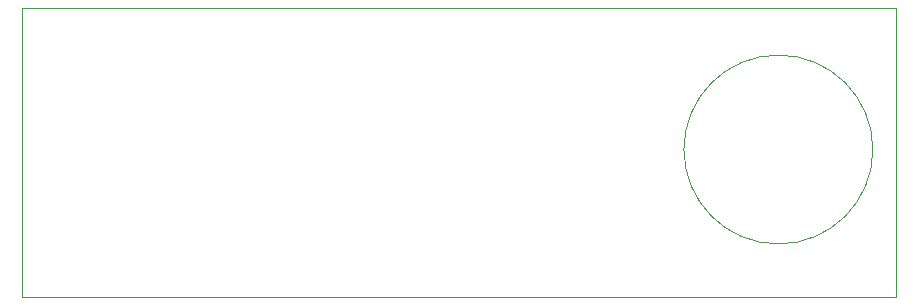
<source format=gbp>
G04 #@! TF.GenerationSoftware,KiCad,Pcbnew,8.0.4*
G04 #@! TF.CreationDate,2024-08-27T21:07:45-03:00*
G04 #@! TF.ProjectId,memo,6d656d6f-2e6b-4696-9361-645f70636258,rev?*
G04 #@! TF.SameCoordinates,Original*
G04 #@! TF.FileFunction,Paste,Bot*
G04 #@! TF.FilePolarity,Positive*
%FSLAX46Y46*%
G04 Gerber Fmt 4.6, Leading zero omitted, Abs format (unit mm)*
G04 Created by KiCad (PCBNEW 8.0.4) date 2024-08-27 21:07:45*
%MOMM*%
%LPD*%
G01*
G04 APERTURE LIST*
G04 #@! TA.AperFunction,Profile*
%ADD10C,0.100000*%
G04 #@! TD*
G04 APERTURE END LIST*
D10*
X171500000Y-83500000D02*
G75*
G02*
X155500000Y-83500000I-8000000J0D01*
G01*
X155500000Y-83500000D02*
G75*
G02*
X171500000Y-83500000I8000000J0D01*
G01*
X99500000Y-71500000D02*
X173500000Y-71500000D01*
X173500000Y-96000000D01*
X99500000Y-96000000D01*
X99500000Y-71500000D01*
M02*

</source>
